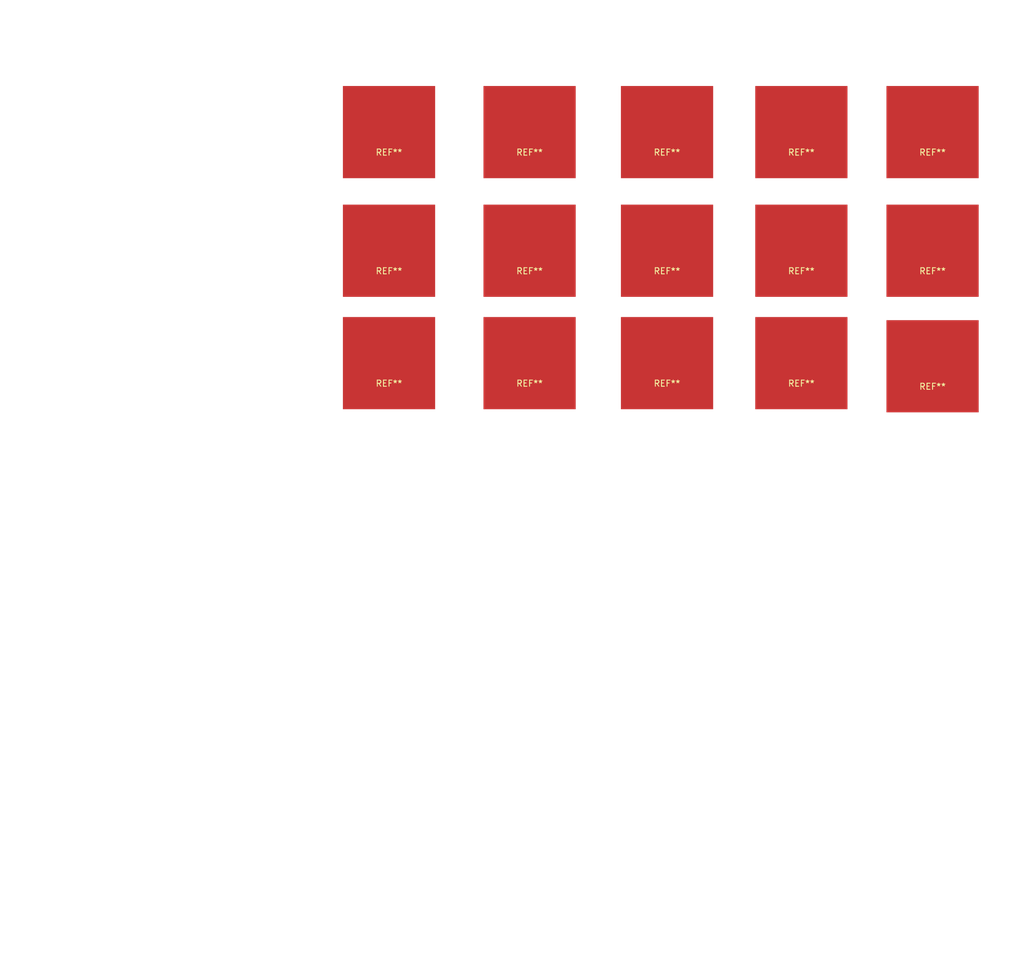
<source format=kicad_pcb>
(kicad_pcb (version 4) (host pcbnew 4.0.6)

  (general
    (links 0)
    (no_connects 0)
    (area 7.945717 -0.16 216.13 174.150001)
    (thickness 1.6)
    (drawings 157)
    (tracks 0)
    (zones 0)
    (modules 15)
    (nets 1)
  )

  (page A4)
  (title_block
    (title "Volante the Gamepad - button layout")
    (date 2018-02-19)
    (rev 1)
    (comment 3 "Print it in 1:1 scale put on the joystick box and drill the holes")
    (comment 4 "The joystick drilling layout for Volante the gamepad")
  )

  (layers
    (0 F.Cu signal)
    (31 B.Cu signal)
    (32 B.Adhes user)
    (33 F.Adhes user)
    (34 B.Paste user)
    (35 F.Paste user)
    (36 B.SilkS user)
    (37 F.SilkS user)
    (38 B.Mask user)
    (39 F.Mask user)
    (40 Dwgs.User user)
    (41 Cmts.User user)
    (42 Eco1.User user)
    (43 Eco2.User user)
    (44 Edge.Cuts user)
    (45 Margin user)
    (46 B.CrtYd user)
    (47 F.CrtYd user)
    (48 B.Fab user)
    (49 F.Fab user)
  )

  (setup
    (last_trace_width 0.25)
    (trace_clearance 0.2)
    (zone_clearance 0.508)
    (zone_45_only no)
    (trace_min 0.2)
    (segment_width 0.2)
    (edge_width 0.15)
    (via_size 0.6)
    (via_drill 0.4)
    (via_min_size 0.4)
    (via_min_drill 0.3)
    (uvia_size 0.3)
    (uvia_drill 0.1)
    (uvias_allowed no)
    (uvia_min_size 0.2)
    (uvia_min_drill 0.1)
    (pcb_text_width 0.3)
    (pcb_text_size 1.5 1.5)
    (mod_edge_width 0.15)
    (mod_text_size 1 1)
    (mod_text_width 0.15)
    (pad_size 1.524 1.524)
    (pad_drill 0.762)
    (pad_to_mask_clearance 0.2)
    (aux_axis_origin 0 0)
    (visible_elements 7FFFFFFF)
    (pcbplotparams
      (layerselection 0x00400_00000000)
      (usegerberextensions false)
      (excludeedgelayer true)
      (linewidth 0.100000)
      (plotframeref false)
      (viasonmask false)
      (mode 1)
      (useauxorigin false)
      (hpglpennumber 1)
      (hpglpenspeed 20)
      (hpglpendiameter 15)
      (hpglpenoverlay 2)
      (psnegative false)
      (psa4output false)
      (plotreference true)
      (plotvalue true)
      (plotinvisibletext false)
      (padsonsilk false)
      (subtractmaskfromsilk false)
      (outputformat 4)
      (mirror false)
      (drillshape 0)
      (scaleselection 1)
      (outputdirectory ""))
  )

  (net 0 "")

  (net_class Default "This is the default net class."
    (clearance 0.2)
    (trace_width 0.25)
    (via_dia 0.6)
    (via_drill 0.4)
    (uvia_dia 0.3)
    (uvia_drill 0.1)
  )

  (module Touch_conn:touch_layout (layer F.Cu) (tedit 5B1A716D) (tstamp 5B1A71FA)
    (at 160.528 38.608)
    (fp_text reference REF** (at 0 3.302) (layer F.SilkS)
      (effects (font (size 1 1) (thickness 0.15)))
    )
    (fp_text value touch_layout (at 0.254 0.254) (layer F.Fab)
      (effects (font (size 1 1) (thickness 0.15)))
    )
    (pad 1 smd rect (at 0 0) (size 15 15) (layers F.Cu F.Paste F.Mask))
  )

  (module Touch_conn:touch_layout (layer F.Cu) (tedit 5B1A716D) (tstamp 5B1A71F2)
    (at 139.192 38.608)
    (fp_text reference REF** (at 0 3.302) (layer F.SilkS)
      (effects (font (size 1 1) (thickness 0.15)))
    )
    (fp_text value touch_layout (at 0.254 0.254) (layer F.Fab)
      (effects (font (size 1 1) (thickness 0.15)))
    )
    (pad 1 smd rect (at 0 0) (size 15 15) (layers F.Cu F.Paste F.Mask))
  )

  (module Touch_conn:touch_layout (layer F.Cu) (tedit 5B1A716D) (tstamp 5B1A71E4)
    (at 72.136 38.608)
    (fp_text reference REF** (at 0 3.302) (layer F.SilkS)
      (effects (font (size 1 1) (thickness 0.15)))
    )
    (fp_text value touch_layout (at 0.254 0.254) (layer F.Fab)
      (effects (font (size 1 1) (thickness 0.15)))
    )
    (pad 1 smd rect (at 0 0) (size 15 15) (layers F.Cu F.Paste F.Mask))
  )

  (module Touch_conn:touch_layout (layer F.Cu) (tedit 5B1A716D) (tstamp 5B1A7219)
    (at 94.996 38.608)
    (fp_text reference REF** (at 0 3.302) (layer F.SilkS)
      (effects (font (size 1 1) (thickness 0.15)))
    )
    (fp_text value touch_layout (at 0.254 0.254) (layer F.Fab)
      (effects (font (size 1 1) (thickness 0.15)))
    )
    (pad 1 smd rect (at 0 0) (size 15 15) (layers F.Cu F.Paste F.Mask))
  )

  (module Touch_conn:touch_layout (layer F.Cu) (tedit 5B1A716D) (tstamp 5B1A7222)
    (at 117.348 38.608)
    (fp_text reference REF** (at 0 3.302) (layer F.SilkS)
      (effects (font (size 1 1) (thickness 0.15)))
    )
    (fp_text value touch_layout (at 0.254 0.254) (layer F.Fab)
      (effects (font (size 1 1) (thickness 0.15)))
    )
    (pad 1 smd rect (at 0 0) (size 15 15) (layers F.Cu F.Paste F.Mask))
  )

  (module Touch_conn:touch_layout (layer F.Cu) (tedit 5B1A716D) (tstamp 5B1A7231)
    (at 72.136 57.912)
    (fp_text reference REF** (at 0 3.302) (layer F.SilkS)
      (effects (font (size 1 1) (thickness 0.15)))
    )
    (fp_text value touch_layout (at 0.254 0.254) (layer F.Fab)
      (effects (font (size 1 1) (thickness 0.15)))
    )
    (pad 1 smd rect (at 0 0) (size 15 15) (layers F.Cu F.Paste F.Mask))
  )

  (module Touch_conn:touch_layout (layer F.Cu) (tedit 5B1A716D) (tstamp 5B1A723A)
    (at 94.996 57.912)
    (fp_text reference REF** (at 0 3.302) (layer F.SilkS)
      (effects (font (size 1 1) (thickness 0.15)))
    )
    (fp_text value touch_layout (at 0.254 0.254) (layer F.Fab)
      (effects (font (size 1 1) (thickness 0.15)))
    )
    (pad 1 smd rect (at 0 0) (size 15 15) (layers F.Cu F.Paste F.Mask))
  )

  (module Touch_conn:touch_layout (layer F.Cu) (tedit 5B1A716D) (tstamp 5B1A7243)
    (at 117.348 57.912)
    (fp_text reference REF** (at 0 3.302) (layer F.SilkS)
      (effects (font (size 1 1) (thickness 0.15)))
    )
    (fp_text value touch_layout (at 0.254 0.254) (layer F.Fab)
      (effects (font (size 1 1) (thickness 0.15)))
    )
    (pad 1 smd rect (at 0 0) (size 15 15) (layers F.Cu F.Paste F.Mask))
  )

  (module Touch_conn:touch_layout (layer F.Cu) (tedit 5B1A716D) (tstamp 5B1A724C)
    (at 139.192 57.912)
    (fp_text reference REF** (at 0 3.302) (layer F.SilkS)
      (effects (font (size 1 1) (thickness 0.15)))
    )
    (fp_text value touch_layout (at 0.254 0.254) (layer F.Fab)
      (effects (font (size 1 1) (thickness 0.15)))
    )
    (pad 1 smd rect (at 0 0) (size 15 15) (layers F.Cu F.Paste F.Mask))
  )

  (module Touch_conn:touch_layout (layer F.Cu) (tedit 5B1A716D) (tstamp 5B1A7255)
    (at 160.528 57.912)
    (fp_text reference REF** (at 0 3.302) (layer F.SilkS)
      (effects (font (size 1 1) (thickness 0.15)))
    )
    (fp_text value touch_layout (at 0.254 0.254) (layer F.Fab)
      (effects (font (size 1 1) (thickness 0.15)))
    )
    (pad 1 smd rect (at 0 0) (size 15 15) (layers F.Cu F.Paste F.Mask))
  )

  (module Touch_conn:touch_layout (layer F.Cu) (tedit 5B1A716D) (tstamp 5B1A7328)
    (at 72.136 76.2)
    (fp_text reference REF** (at 0 3.302) (layer F.SilkS)
      (effects (font (size 1 1) (thickness 0.15)))
    )
    (fp_text value touch_layout (at 0.254 0.254) (layer F.Fab)
      (effects (font (size 1 1) (thickness 0.15)))
    )
    (pad 1 smd rect (at 0 0) (size 15 15) (layers F.Cu F.Paste F.Mask))
  )

  (module Touch_conn:touch_layout (layer F.Cu) (tedit 5B1A716D) (tstamp 5B1A7331)
    (at 94.996 76.2)
    (fp_text reference REF** (at 0 3.302) (layer F.SilkS)
      (effects (font (size 1 1) (thickness 0.15)))
    )
    (fp_text value touch_layout (at 0.254 0.254) (layer F.Fab)
      (effects (font (size 1 1) (thickness 0.15)))
    )
    (pad 1 smd rect (at 0 0) (size 15 15) (layers F.Cu F.Paste F.Mask))
  )

  (module Touch_conn:touch_layout (layer F.Cu) (tedit 5B1A716D) (tstamp 5B1A733A)
    (at 117.348 76.2)
    (fp_text reference REF** (at 0 3.302) (layer F.SilkS)
      (effects (font (size 1 1) (thickness 0.15)))
    )
    (fp_text value touch_layout (at 0.254 0.254) (layer F.Fab)
      (effects (font (size 1 1) (thickness 0.15)))
    )
    (pad 1 smd rect (at 0 0) (size 15 15) (layers F.Cu F.Paste F.Mask))
  )

  (module Touch_conn:touch_layout (layer F.Cu) (tedit 5B1A716D) (tstamp 5B1A7343)
    (at 139.192 76.2)
    (fp_text reference REF** (at 0 3.302) (layer F.SilkS)
      (effects (font (size 1 1) (thickness 0.15)))
    )
    (fp_text value touch_layout (at 0.254 0.254) (layer F.Fab)
      (effects (font (size 1 1) (thickness 0.15)))
    )
    (pad 1 smd rect (at 0 0) (size 15 15) (layers F.Cu F.Paste F.Mask))
  )

  (module Touch_conn:touch_layout (layer F.Cu) (tedit 5B1A716D) (tstamp 5B1A734C)
    (at 160.528 76.708)
    (fp_text reference REF** (at 0 3.302) (layer F.SilkS)
      (effects (font (size 1 1) (thickness 0.15)))
    )
    (fp_text value touch_layout (at 0.254 0.254) (layer F.Fab)
      (effects (font (size 1 1) (thickness 0.15)))
    )
    (pad 1 smd rect (at 0 0) (size 15 15) (layers F.Cu F.Paste F.Mask))
  )

  (dimension 151.13 (width 0.3) (layer Eco1.User)
    (gr_text "151.130 mm" (at 99.695 18.97) (layer Eco1.User)
      (effects (font (size 1.5 1.5) (thickness 0.3)))
    )
    (feature1 (pts (xy 175.26 24.13) (xy 175.26 17.62)))
    (feature2 (pts (xy 24.13 24.13) (xy 24.13 17.62)))
    (crossbar (pts (xy 24.13 20.32) (xy 175.26 20.32)))
    (arrow1a (pts (xy 175.26 20.32) (xy 174.133496 20.906421)))
    (arrow1b (pts (xy 175.26 20.32) (xy 174.133496 19.733579)))
    (arrow2a (pts (xy 24.13 20.32) (xy 25.256504 20.906421)))
    (arrow2b (pts (xy 24.13 20.32) (xy 25.256504 19.733579)))
  )
  (gr_line (start 36.83 122.555) (end 46.99 122.555) (angle 90) (layer Eco1.User) (width 0.2))
  (gr_line (start 36.83 49.022) (end 46.99 49.022) (angle 90) (layer Eco1.User) (width 0.2))
  (gr_line (start 46.99 49.149) (end 46.99 122.428) (angle 90) (layer Eco1.User) (width 0.2))
  (dimension 10.16 (width 0.3) (layer Eco1.User)
    (gr_text "10.160 mm" (at 41.91 45.386) (layer Eco1.User)
      (effects (font (size 1.5 1.5) (thickness 0.3)))
    )
    (feature1 (pts (xy 46.99 49.022) (xy 46.99 44.036)))
    (feature2 (pts (xy 36.83 49.022) (xy 36.83 44.036)))
    (crossbar (pts (xy 36.83 46.736) (xy 46.99 46.736)))
    (arrow1a (pts (xy 46.99 46.736) (xy 45.863496 47.322421)))
    (arrow1b (pts (xy 46.99 46.736) (xy 45.863496 46.149579)))
    (arrow2a (pts (xy 36.83 46.736) (xy 37.956504 47.322421)))
    (arrow2b (pts (xy 36.83 46.736) (xy 37.956504 46.149579)))
  )
  (gr_line (start 36.83 55.88) (end 36.83 122.428) (angle 90) (layer Eco1.User) (width 0.2))
  (gr_line (start 36.83 51.816) (end 36.83 40.386) (angle 90) (layer Eco1.User) (width 0.2))
  (dimension 12.7 (width 0.3) (layer Eco1.User)
    (gr_text "12.700 mm" (at 30.48 54.69) (layer Eco1.User)
      (effects (font (size 1.5 1.5) (thickness 0.3)))
    )
    (feature1 (pts (xy 36.83 51.816) (xy 36.83 56.04)))
    (feature2 (pts (xy 24.13 51.816) (xy 24.13 56.04)))
    (crossbar (pts (xy 24.13 53.34) (xy 36.83 53.34)))
    (arrow1a (pts (xy 36.83 53.34) (xy 35.703496 53.926421)))
    (arrow1b (pts (xy 36.83 53.34) (xy 35.703496 52.753579)))
    (arrow2a (pts (xy 24.13 53.34) (xy 25.256504 53.926421)))
    (arrow2b (pts (xy 24.13 53.34) (xy 25.256504 52.753579)))
  )
  (dimension 8.5 (width 0.3) (layer Eco1.User)
    (gr_text "8.500 mm" (at 22.85 126.75 90) (layer Eco1.User)
      (effects (font (size 1.5 1.5) (thickness 0.3)))
    )
    (feature1 (pts (xy 20.5 122.5) (xy 24.2 122.5)))
    (feature2 (pts (xy 20.5 131) (xy 24.2 131)))
    (crossbar (pts (xy 21.5 131) (xy 21.5 122.5)))
    (arrow1a (pts (xy 21.5 122.5) (xy 22.086421 123.626504)))
    (arrow1b (pts (xy 21.5 122.5) (xy 20.913579 123.626504)))
    (arrow2a (pts (xy 21.5 131) (xy 22.086421 129.873496)))
    (arrow2b (pts (xy 21.5 131) (xy 20.913579 129.873496)))
  )
  (dimension 12.5 (width 0.3) (layer Eco1.User)
    (gr_text "12.500 mm" (at 19.15 137.25 90) (layer Eco1.User)
      (effects (font (size 1.5 1.5) (thickness 0.3)))
    )
    (feature1 (pts (xy 22 131) (xy 17.8 131)))
    (feature2 (pts (xy 22 143.5) (xy 17.8 143.5)))
    (crossbar (pts (xy 20.5 143.5) (xy 20.5 131)))
    (arrow1a (pts (xy 20.5 131) (xy 21.086421 132.126504)))
    (arrow1b (pts (xy 20.5 131) (xy 19.913579 132.126504)))
    (arrow2a (pts (xy 20.5 143.5) (xy 21.086421 142.373496)))
    (arrow2b (pts (xy 20.5 143.5) (xy 19.913579 142.373496)))
  )
  (gr_line (start 23.5 131) (end 25.5 131) (angle 90) (layer Eco1.User) (width 0.2))
  (gr_line (start 28 131) (end 30.5 131) (angle 90) (layer Eco1.User) (width 0.2))
  (gr_line (start 33.5 131) (end 36.5 131) (angle 90) (layer Eco1.User) (width 0.2))
  (gr_line (start 57 131) (end 59.5 131) (angle 90) (layer Eco1.User) (width 0.2))
  (gr_line (start 47 131) (end 49.5 131) (angle 90) (layer Eco1.User) (width 0.2))
  (gr_line (start 52 131) (end 54.5 131) (angle 90) (layer Eco1.User) (width 0.2))
  (gr_line (start 43.5 131) (end 45 131) (angle 90) (layer Eco1.User) (width 0.2))
  (gr_line (start 39 131) (end 41 131) (angle 90) (layer Eco1.User) (width 0.2))
  (gr_line (start 67 131) (end 68.5 131) (angle 90) (layer Eco1.User) (width 0.2))
  (gr_line (start 63.5 131) (end 64.5 131) (angle 90) (layer Eco1.User) (width 0.2))
  (gr_line (start 59.5 131) (end 61 131) (angle 90) (layer Eco1.User) (width 0.2))
  (gr_line (start 62.5 86.5) (end 62.5 84.5) (angle 90) (layer Eco1.User) (width 0.2))
  (dimension 25 (width 0.3) (layer Eco1.User)
    (gr_text "25.000 mm" (at 75 90.85) (layer Eco1.User)
      (effects (font (size 1.5 1.5) (thickness 0.3)))
    )
    (feature1 (pts (xy 62.5 88) (xy 62.5 92.2)))
    (feature2 (pts (xy 87.5 88) (xy 87.5 92.2)))
    (crossbar (pts (xy 87.5 89.5) (xy 62.5 89.5)))
    (arrow1a (pts (xy 62.5 89.5) (xy 63.626504 88.913579)))
    (arrow1b (pts (xy 62.5 89.5) (xy 63.626504 90.086421)))
    (arrow2a (pts (xy 87.5 89.5) (xy 86.373496 88.913579)))
    (arrow2b (pts (xy 87.5 89.5) (xy 86.373496 90.086421)))
  )
  (gr_circle (center 151.5 113.5) (end 154.5 114) (layer Eco1.User) (width 0.2))
  (dimension 3 (width 0.3) (layer Eco1.User)
    (gr_text "3.000 mm" (at 153 118.35) (layer Eco1.User)
      (effects (font (size 1.5 1.5) (thickness 0.3)))
    )
    (feature1 (pts (xy 154.5 115) (xy 154.5 119.7)))
    (feature2 (pts (xy 151.5 115) (xy 151.5 119.7)))
    (crossbar (pts (xy 151.5 117) (xy 154.5 117)))
    (arrow1a (pts (xy 154.5 117) (xy 153.373496 117.586421)))
    (arrow1b (pts (xy 154.5 117) (xy 153.373496 116.413579)))
    (arrow2a (pts (xy 151.5 117) (xy 152.626504 117.586421)))
    (arrow2b (pts (xy 151.5 117) (xy 152.626504 116.413579)))
  )
  (gr_circle (center 100.5 113.5) (end 103.5 113) (layer Eco1.User) (width 0.2))
  (dimension 3 (width 0.3) (layer Eco1.User)
    (gr_text "3.000 mm" (at 102 116.85) (layer Eco1.User)
      (effects (font (size 1.5 1.5) (thickness 0.3)))
    )
    (feature1 (pts (xy 103.5 114.5) (xy 103.5 118.2)))
    (feature2 (pts (xy 100.5 114.5) (xy 100.5 118.2)))
    (crossbar (pts (xy 100.5 115.5) (xy 103.5 115.5)))
    (arrow1a (pts (xy 103.5 115.5) (xy 102.373496 116.086421)))
    (arrow1b (pts (xy 103.5 115.5) (xy 102.373496 114.913579)))
    (arrow2a (pts (xy 100.5 115.5) (xy 101.626504 116.086421)))
    (arrow2b (pts (xy 100.5 115.5) (xy 101.626504 114.913579)))
  )
  (gr_line (start 99 113.5) (end 101.5 113.5) (angle 90) (layer Eco1.User) (width 0.2))
  (gr_line (start 59.5 122.5) (end 61.5 122.5) (angle 90) (layer Eco1.User) (width 0.2))
  (gr_line (start 56 122.5) (end 58.5 122.5) (angle 90) (layer Eco1.User) (width 0.2))
  (gr_line (start 53 122.5) (end 55 122.5) (angle 90) (layer Eco1.User) (width 0.2))
  (gr_line (start 50 122.5) (end 51.5 122.5) (angle 90) (layer Eco1.User) (width 0.2))
  (gr_line (start 46 122.5) (end 48.5 122.5) (angle 90) (layer Eco1.User) (width 0.2))
  (gr_line (start 42.5 122.5) (end 44.5 122.5) (angle 90) (layer Eco1.User) (width 0.2))
  (gr_line (start 38 122.5) (end 40 122.5) (angle 90) (layer Eco1.User) (width 0.2))
  (gr_line (start 34.5 122.5) (end 36.5 122.5) (angle 90) (layer Eco1.User) (width 0.2))
  (gr_line (start 30 122.5) (end 32.5 122.5) (angle 90) (layer Eco1.User) (width 0.2))
  (gr_line (start 25.5 122.5) (end 28 122.5) (angle 90) (layer Eco1.User) (width 0.2))
  (gr_line (start 51.5 49) (end 53.5 49) (angle 90) (layer Eco1.User) (width 0.2))
  (gr_line (start 48 49) (end 50 49) (angle 90) (layer Eco1.User) (width 0.2))
  (gr_line (start 44 49) (end 46 49) (angle 90) (layer Eco1.User) (width 0.2))
  (gr_line (start 38 49) (end 41 49) (angle 90) (layer Eco1.User) (width 0.2))
  (gr_line (start 34 49) (end 36 49) (angle 90) (layer Eco1.User) (width 0.2))
  (gr_line (start 30 49) (end 32 49) (angle 90) (layer Eco1.User) (width 0.2))
  (gr_line (start 27 49) (end 28.5 49) (angle 90) (layer Eco1.User) (width 0.2))
  (dimension 8.5 (width 0.3) (layer Eco1.User)
    (gr_text "8.500 mm" (at 23.85 44.75 270) (layer Eco1.User)
      (effects (font (size 1.5 1.5) (thickness 0.3)))
    )
    (feature1 (pts (xy 21 49) (xy 25.2 49)))
    (feature2 (pts (xy 21 40.5) (xy 25.2 40.5)))
    (crossbar (pts (xy 22.5 40.5) (xy 22.5 49)))
    (arrow1a (pts (xy 22.5 49) (xy 21.913579 47.873496)))
    (arrow1b (pts (xy 22.5 49) (xy 23.086421 47.873496)))
    (arrow2a (pts (xy 22.5 40.5) (xy 21.913579 41.626504)))
    (arrow2b (pts (xy 22.5 40.5) (xy 23.086421 41.626504)))
  )
  (gr_line (start 60 85) (end 60 81) (angle 90) (layer Eco1.User) (width 0.2))
  (gr_line (start 60 90) (end 60 87) (angle 90) (layer Eco1.User) (width 0.2))
  (gr_line (start 60 95.5) (end 60 91.5) (angle 90) (layer Eco1.User) (width 0.2))
  (gr_line (start 60 101.5) (end 60 97.5) (angle 90) (layer Eco1.User) (width 0.2))
  (gr_line (start 60 105.5) (end 60 103) (angle 90) (layer Eco1.User) (width 0.2))
  (gr_line (start 60 110) (end 60 107) (angle 90) (layer Eco1.User) (width 0.2))
  (gr_line (start 60 115) (end 60 112) (angle 90) (layer Eco1.User) (width 0.2))
  (gr_line (start 48.5 40.5) (end 50.5 40.5) (angle 90) (layer Eco1.User) (width 0.2))
  (gr_line (start 43 40.5) (end 46 40.5) (angle 90) (layer Eco1.User) (width 0.2))
  (gr_line (start 38.5 40.5) (end 40.5 40.5) (angle 90) (layer Eco1.User) (width 0.2))
  (gr_line (start 32 40.5) (end 36 40.5) (angle 90) (layer Eco1.User) (width 0.2))
  (gr_line (start 24.5 40.5) (end 30 40.5) (angle 90) (layer Eco1.User) (width 0.2))
  (dimension 12.5 (width 0.3) (layer Eco1.User)
    (gr_text "12.500 mm" (at 19.65 34.25 270) (layer Eco1.User)
      (effects (font (size 1.5 1.5) (thickness 0.3)))
    )
    (feature1 (pts (xy 23 40.5) (xy 18.3 40.5)))
    (feature2 (pts (xy 23 28) (xy 18.3 28)))
    (crossbar (pts (xy 21 28) (xy 21 40.5)))
    (arrow1a (pts (xy 21 40.5) (xy 20.413579 39.373496)))
    (arrow1b (pts (xy 21 40.5) (xy 21.586421 39.373496)))
    (arrow2a (pts (xy 21 28) (xy 20.413579 29.126504)))
    (arrow2b (pts (xy 21 28) (xy 21.586421 29.126504)))
  )
  (gr_line (start 60 119.5) (end 60 117) (angle 90) (layer Eco1.User) (width 0.2))
  (gr_line (start 60 123) (end 60 121) (angle 90) (layer Eco1.User) (width 0.2))
  (gr_line (start 60 127) (end 60 125) (angle 90) (layer Eco1.User) (width 0.2))
  (gr_line (start 60 130.5) (end 60 128.5) (angle 90) (layer Eco1.User) (width 0.2))
  (gr_line (start 60 134.5) (end 60 132.5) (angle 90) (layer Eco1.User) (width 0.2))
  (gr_line (start 60 136.5) (end 60 134.5) (angle 90) (layer Eco1.User) (width 0.2))
  (gr_line (start 60 141) (end 60 138.5) (angle 90) (layer Eco1.User) (width 0.2))
  (gr_line (start 60 144.5) (end 60 142.5) (angle 90) (layer Eco1.User) (width 0.2))
  (gr_line (start 60 148) (end 60 146.5) (angle 90) (layer Eco1.User) (width 0.2))
  (gr_line (start 60 153.5) (end 60 150.5) (angle 90) (layer Eco1.User) (width 0.2))
  (gr_line (start 60 158.5) (end 60 156) (angle 90) (layer Eco1.User) (width 0.2))
  (dimension 21 (width 0.3) (layer Eco1.User)
    (gr_text "21.000 mm" (at 49.5 167.35) (layer Eco1.User)
      (effects (font (size 1.5 1.5) (thickness 0.3)))
    )
    (feature1 (pts (xy 60 164) (xy 60 168.7)))
    (feature2 (pts (xy 39 164) (xy 39 168.7)))
    (crossbar (pts (xy 39 166) (xy 60 166)))
    (arrow1a (pts (xy 60 166) (xy 58.873496 166.586421)))
    (arrow1b (pts (xy 60 166) (xy 58.873496 165.413579)))
    (arrow2a (pts (xy 39 166) (xy 40.126504 166.586421)))
    (arrow2b (pts (xy 39 166) (xy 40.126504 165.413579)))
  )
  (dimension 15 (width 0.3) (layer Eco1.User)
    (gr_text "15.000 mm" (at 67.5 163.85) (layer Eco1.User)
      (effects (font (size 1.5 1.5) (thickness 0.3)))
    )
    (feature1 (pts (xy 60 160.5) (xy 60 165.2)))
    (feature2 (pts (xy 75 160.5) (xy 75 165.2)))
    (crossbar (pts (xy 75 162.5) (xy 60 162.5)))
    (arrow1a (pts (xy 60 162.5) (xy 61.126504 161.913579)))
    (arrow1b (pts (xy 60 162.5) (xy 61.126504 163.086421)))
    (arrow2a (pts (xy 75 162.5) (xy 73.873496 161.913579)))
    (arrow2b (pts (xy 75 162.5) (xy 73.873496 163.086421)))
  )
  (gr_line (start 112.5 84.5) (end 112.5 81) (angle 90) (layer Eco1.User) (width 0.2))
  (gr_circle (center 151.5 113.5) (end 154.5 133.5) (layer Eco1.User) (width 0.2))
  (gr_line (start 150.5 133.5) (end 153.5 133.5) (angle 90) (layer Eco1.User) (width 0.2))
  (gr_line (start 147 133.5) (end 149 133.5) (angle 90) (layer Eco1.User) (width 0.2))
  (gr_line (start 154 113.5) (end 151 113.5) (angle 90) (layer Eco1.User) (width 0.2))
  (gr_line (start 152 113.5) (end 154 113.5) (angle 90) (layer Eco1.User) (width 0.2))
  (gr_line (start 147 113.5) (end 150 113.5) (angle 90) (layer Eco1.User) (width 0.2))
  (gr_line (start 142.5 113.5) (end 145 113.5) (angle 90) (layer Eco1.User) (width 0.2))
  (gr_line (start 142.5 133.5) (end 145 133.5) (angle 90) (layer Eco1.User) (width 0.2))
  (gr_line (start 139 133.5) (end 141 133.5) (angle 90) (layer Eco1.User) (width 0.2))
  (gr_line (start 135 133.5) (end 137 133.5) (angle 90) (layer Eco1.User) (width 0.2))
  (gr_line (start 132 133.5) (end 134 133.5) (angle 90) (layer Eco1.User) (width 0.2))
  (gr_line (start 129 133.5) (end 130.5 133.5) (angle 90) (layer Eco1.User) (width 0.2))
  (gr_line (start 126 133.5) (end 127.5 133.5) (angle 90) (layer Eco1.User) (width 0.2))
  (gr_line (start 122.5 133.5) (end 124.5 133.5) (angle 90) (layer Eco1.User) (width 0.2))
  (gr_line (start 120 133.5) (end 121.5 133.5) (angle 90) (layer Eco1.User) (width 0.2))
  (gr_line (start 117.5 133.5) (end 119 133.5) (angle 90) (layer Eco1.User) (width 0.2))
  (gr_line (start 114.5 133.5) (end 116 133.5) (angle 90) (layer Eco1.User) (width 0.2))
  (gr_line (start 138.5 113.5) (end 140.5 113.5) (angle 90) (layer Eco1.User) (width 0.2))
  (gr_line (start 135.5 113.5) (end 137 113.5) (angle 90) (layer Eco1.User) (width 0.2))
  (gr_line (start 132 113.5) (end 133.5 113.5) (angle 90) (layer Eco1.User) (width 0.2))
  (gr_line (start 128.5 113.5) (end 130.5 113.5) (angle 90) (layer Eco1.User) (width 0.2))
  (gr_line (start 125 113.5) (end 127 113.5) (angle 90) (layer Eco1.User) (width 0.2))
  (gr_line (start 122 113.5) (end 123.5 113.5) (angle 90) (layer Eco1.User) (width 0.2))
  (gr_line (start 119 113.5) (end 120.5 113.5) (angle 90) (layer Eco1.User) (width 0.2))
  (gr_line (start 114.5 113.5) (end 117.5 113.5) (angle 90) (layer Eco1.User) (width 0.2))
  (gr_circle (center 100 113.5) (end 119 106) (layer Eco1.User) (width 0.2))
  (dimension 20 (width 0.3) (layer Eco1.User)
    (gr_text "20.000 mm" (at 111.85 123.5 270) (layer Eco1.User)
      (effects (font (size 1.5 1.5) (thickness 0.3)))
    )
    (feature1 (pts (xy 104.5 133.5) (xy 113.2 133.5)))
    (feature2 (pts (xy 104.5 113.5) (xy 113.2 113.5)))
    (crossbar (pts (xy 110.5 113.5) (xy 110.5 133.5)))
    (arrow1a (pts (xy 110.5 133.5) (xy 109.913579 132.373496)))
    (arrow1b (pts (xy 110.5 133.5) (xy 111.086421 132.373496)))
    (arrow2a (pts (xy 110.5 113.5) (xy 109.913579 114.626504)))
    (arrow2b (pts (xy 110.5 113.5) (xy 111.086421 114.626504)))
  )
  (dimension 30 (width 0.3) (layer Eco1.User)
    (gr_text "30.000 mm" (at 91.15 128.5 90) (layer Eco1.User)
      (effects (font (size 1.5 1.5) (thickness 0.3)))
    )
    (feature1 (pts (xy 94.5 113.5) (xy 89.8 113.5)))
    (feature2 (pts (xy 94.5 143.5) (xy 89.8 143.5)))
    (crossbar (pts (xy 92.5 143.5) (xy 92.5 113.5)))
    (arrow1a (pts (xy 92.5 113.5) (xy 93.086421 114.626504)))
    (arrow1b (pts (xy 92.5 113.5) (xy 91.913579 114.626504)))
    (arrow2a (pts (xy 92.5 143.5) (xy 93.086421 142.373496)))
    (arrow2b (pts (xy 92.5 143.5) (xy 91.913579 142.373496)))
  )
  (gr_line (start 151.5 95.5) (end 151.5 93) (angle 90) (layer Eco1.User) (width 0.2))
  (gr_line (start 151.5 101.5) (end 151.5 97.5) (angle 90) (layer Eco1.User) (width 0.2))
  (gr_line (start 151.5 106) (end 151.5 103) (angle 90) (layer Eco1.User) (width 0.2))
  (gr_line (start 151.5 111) (end 151.5 108) (angle 90) (layer Eco1.User) (width 0.2))
  (gr_line (start 151.5 115.5) (end 151.5 113.5) (angle 90) (layer Eco1.User) (width 0.2))
  (gr_line (start 151.5 120.5) (end 151.5 117.5) (angle 90) (layer Eco1.User) (width 0.2))
  (gr_line (start 151.5 125) (end 151.5 122.5) (angle 90) (layer Eco1.User) (width 0.2))
  (gr_line (start 151.5 130) (end 151.5 127) (angle 90) (layer Eco1.User) (width 0.2))
  (gr_line (start 151.5 134) (end 151.5 131.5) (angle 90) (layer Eco1.User) (width 0.2))
  (gr_line (start 151.5 139) (end 151.5 136) (angle 90) (layer Eco1.User) (width 0.2))
  (gr_line (start 151.5 144.5) (end 151.5 140.5) (angle 90) (layer Eco1.User) (width 0.2))
  (gr_line (start 151.5 151.5) (end 151.5 147) (angle 90) (layer Eco1.User) (width 0.2))
  (gr_line (start 151.5 158) (end 151.5 155.5) (angle 90) (layer Eco1.User) (width 0.2))
  (gr_line (start 151.5 162.5) (end 151.5 159.5) (angle 90) (layer Eco1.User) (width 0.2))
  (dimension 25.5 (width 0.3) (layer Eco1.User)
    (gr_text "25.500 mm" (at 138.75 170.85) (layer Eco1.User)
      (effects (font (size 1.5 1.5) (thickness 0.3)))
    )
    (feature1 (pts (xy 151.5 164) (xy 151.5 172.2)))
    (feature2 (pts (xy 126 164) (xy 126 172.2)))
    (crossbar (pts (xy 126 169.5) (xy 151.5 169.5)))
    (arrow1a (pts (xy 151.5 169.5) (xy 150.373496 170.086421)))
    (arrow1b (pts (xy 151.5 169.5) (xy 150.373496 168.913579)))
    (arrow2a (pts (xy 126 169.5) (xy 127.126504 170.086421)))
    (arrow2b (pts (xy 126 169.5) (xy 127.126504 168.913579)))
  )
  (dimension 25 (width 0.3) (layer Eco1.User)
    (gr_text "25.000 mm" (at 150 85.150001) (layer Eco1.User)
      (effects (font (size 1.5 1.5) (thickness 0.3)))
    )
    (feature1 (pts (xy 162.5 88.5) (xy 162.5 83.800001)))
    (feature2 (pts (xy 137.5 88.5) (xy 137.5 83.800001)))
    (crossbar (pts (xy 137.5 86.500001) (xy 162.5 86.500001)))
    (arrow1a (pts (xy 162.5 86.500001) (xy 161.373496 87.086422)))
    (arrow1b (pts (xy 162.5 86.500001) (xy 161.373496 85.91358)))
    (arrow2a (pts (xy 137.5 86.500001) (xy 138.626504 87.086422)))
    (arrow2b (pts (xy 137.5 86.500001) (xy 138.626504 85.91358)))
  )
  (dimension 25 (width 0.3) (layer Eco1.User)
    (gr_text "25.000 mm" (at 125 91.35) (layer Eco1.User)
      (effects (font (size 1.5 1.5) (thickness 0.3)))
    )
    (feature1 (pts (xy 137.5 88) (xy 137.5 92.7)))
    (feature2 (pts (xy 112.5 88) (xy 112.5 92.7)))
    (crossbar (pts (xy 112.5 90) (xy 137.5 90)))
    (arrow1a (pts (xy 137.5 90) (xy 136.373496 90.586421)))
    (arrow1b (pts (xy 137.5 90) (xy 136.373496 89.413579)))
    (arrow2a (pts (xy 112.5 90) (xy 113.626504 90.586421)))
    (arrow2b (pts (xy 112.5 90) (xy 113.626504 89.413579)))
  )
  (dimension 25 (width 0.3) (layer Eco1.User)
    (gr_text "25.000 mm" (at 100 89.35) (layer Eco1.User)
      (effects (font (size 1.5 1.5) (thickness 0.3)))
    )
    (feature1 (pts (xy 112.5 86) (xy 112.5 90.7)))
    (feature2 (pts (xy 87.5 86) (xy 87.5 90.7)))
    (crossbar (pts (xy 87.5 88) (xy 112.5 88)))
    (arrow1a (pts (xy 112.5 88) (xy 111.373496 88.586421)))
    (arrow1b (pts (xy 112.5 88) (xy 111.373496 87.413579)))
    (arrow2a (pts (xy 87.5 88) (xy 88.626504 88.586421)))
    (arrow2b (pts (xy 87.5 88) (xy 88.626504 87.413579)))
  )
  (gr_line (start 74.93 85.09) (end 74.93 81.28) (angle 90) (layer Eco1.User) (width 0.2))
  (gr_line (start 74.93 90.17) (end 74.93 87.63) (angle 90) (layer Eco1.User) (width 0.2))
  (gr_line (start 74.93 96.52) (end 74.93 92.71) (angle 90) (layer Eco1.User) (width 0.2))
  (gr_line (start 74.93 104.14) (end 74.93 99.06) (angle 90) (layer Eco1.User) (width 0.2))
  (gr_line (start 74.93 110.49) (end 74.93 106.68) (angle 90) (layer Eco1.User) (width 0.2))
  (gr_line (start 74.93 116.84) (end 74.93 113.03) (angle 90) (layer Eco1.User) (width 0.2))
  (gr_line (start 74.93 121.92) (end 74.93 119.38) (angle 90) (layer Eco1.User) (width 0.2))
  (gr_line (start 74.93 129.54) (end 74.93 125.73) (angle 90) (layer Eco1.User) (width 0.2))
  (gr_line (start 74.93 137.16) (end 74.93 133.35) (angle 90) (layer Eco1.User) (width 0.2))
  (gr_line (start 74.93 143.51) (end 74.93 138.43) (angle 90) (layer Eco1.User) (width 0.2))
  (gr_line (start 87.63 83.82) (end 87.63 81.28) (angle 90) (layer Eco1.User) (width 0.2))
  (gr_line (start 87.63 91.44) (end 87.63 87.63) (angle 90) (layer Eco1.User) (width 0.2))
  (gr_line (start 87.63 99.06) (end 87.63 95.25) (angle 90) (layer Eco1.User) (width 0.2))
  (gr_line (start 87.63 107.95) (end 87.63 102.87) (angle 90) (layer Eco1.User) (width 0.2))
  (gr_line (start 87.63 116.84) (end 87.63 113.03) (angle 90) (layer Eco1.User) (width 0.2))
  (gr_line (start 87.63 124.46) (end 87.63 120.65) (angle 90) (layer Eco1.User) (width 0.2))
  (gr_line (start 100.33 86.36) (end 100.33 80.01) (angle 90) (layer Eco1.User) (width 0.2))
  (gr_line (start 100.33 93.98) (end 100.33 90.17) (angle 90) (layer Eco1.User) (width 0.2))
  (gr_line (start 100.33 101.6) (end 100.33 97.79) (angle 90) (layer Eco1.User) (width 0.2))
  (gr_line (start 100.33 107.95) (end 100.33 104.14) (angle 90) (layer Eco1.User) (width 0.2))
  (gr_line (start 100.33 118.11) (end 100.33 111.76) (angle 90) (layer Eco1.User) (width 0.2))
  (gr_line (start 100.33 125.73) (end 100.33 120.65) (angle 90) (layer Eco1.User) (width 0.2))
  (gr_line (start 100.33 133.35) (end 100.33 129.54) (angle 90) (layer Eco1.User) (width 0.2))
  (gr_line (start 100.33 142.24) (end 100.33 138.43) (angle 90) (layer Eco1.User) (width 0.2))
  (gr_line (start 100.33 151.13) (end 100.33 148.59) (angle 90) (layer Eco1.User) (width 0.2))
  (gr_line (start 100.33 157.48) (end 100.33 154.94) (angle 90) (layer Eco1.User) (width 0.2))
  (gr_line (start 100.33 165.1) (end 100.33 162.56) (angle 90) (layer Eco1.User) (width 0.2))
  (dimension 25.4 (width 0.3) (layer Eco1.User)
    (gr_text "25.400 mm" (at 87.63 172.8) (layer Eco1.User)
      (effects (font (size 1.5 1.5) (thickness 0.3)))
    )
    (feature1 (pts (xy 100.33 167.64) (xy 100.33 174.15)))
    (feature2 (pts (xy 74.93 167.64) (xy 74.93 174.15)))
    (crossbar (pts (xy 74.93 171.45) (xy 100.33 171.45)))
    (arrow1a (pts (xy 100.33 171.45) (xy 99.203496 172.036421)))
    (arrow1b (pts (xy 100.33 171.45) (xy 99.203496 170.863579)))
    (arrow2a (pts (xy 74.93 171.45) (xy 76.056504 172.036421)))
    (arrow2b (pts (xy 74.93 171.45) (xy 76.056504 170.863579)))
  )
  (dimension 49.53 (width 0.3) (layer Eco1.User)
    (gr_text "49.530 mm" (at 150.495 153.75) (layer Eco1.User)
      (effects (font (size 1.5 1.5) (thickness 0.3)))
    )
    (feature1 (pts (xy 175.26 149.86) (xy 175.26 155.1)))
    (feature2 (pts (xy 125.73 149.86) (xy 125.73 155.1)))
    (crossbar (pts (xy 125.73 152.4) (xy 175.26 152.4)))
    (arrow1a (pts (xy 175.26 152.4) (xy 174.133496 152.986421)))
    (arrow1b (pts (xy 175.26 152.4) (xy 174.133496 151.813579)))
    (arrow2a (pts (xy 125.73 152.4) (xy 126.856504 152.986421)))
    (arrow2b (pts (xy 125.73 152.4) (xy 126.856504 151.813579)))
  )
  (dimension 50.8 (width 0.3) (layer Eco1.User)
    (gr_text "50.800 mm" (at 100.33 160.1) (layer Eco1.User)
      (effects (font (size 1.5 1.5) (thickness 0.3)))
    )
    (feature1 (pts (xy 125.73 156.21) (xy 125.73 161.45)))
    (feature2 (pts (xy 74.93 156.21) (xy 74.93 161.45)))
    (crossbar (pts (xy 74.93 158.75) (xy 125.73 158.75)))
    (arrow1a (pts (xy 125.73 158.75) (xy 124.603496 159.336421)))
    (arrow1b (pts (xy 125.73 158.75) (xy 124.603496 158.163579)))
    (arrow2a (pts (xy 74.93 158.75) (xy 76.056504 159.336421)))
    (arrow2b (pts (xy 74.93 158.75) (xy 76.056504 158.163579)))
  )
  (dimension 50.8 (width 0.3) (layer Eco1.User)
    (gr_text "50.800 mm" (at 49.53 152.48) (layer Eco1.User)
      (effects (font (size 1.5 1.5) (thickness 0.3)))
    )
    (feature1 (pts (xy 74.93 147.32) (xy 74.93 153.83)))
    (feature2 (pts (xy 24.13 147.32) (xy 24.13 153.83)))
    (crossbar (pts (xy 24.13 151.13) (xy 74.93 151.13)))
    (arrow1a (pts (xy 74.93 151.13) (xy 73.803496 151.716421)))
    (arrow1b (pts (xy 74.93 151.13) (xy 73.803496 150.543579)))
    (arrow2a (pts (xy 24.13 151.13) (xy 25.256504 151.716421)))
    (arrow2b (pts (xy 24.13 151.13) (xy 25.256504 150.543579)))
  )
  (gr_line (start 175.26 143.51) (end 24.13 143.51) (angle 90) (layer Eco1.User) (width 0.2))
  (gr_line (start 175.26 27.94) (end 175.26 143.51) (angle 90) (layer Eco1.User) (width 0.2))
  (gr_line (start 24.13 40.64) (end 24.13 143.51) (angle 90) (layer Eco1.User) (width 0.2))
  (dimension 115.57 (width 0.3) (layer Eco1.User)
    (gr_text "115.570 mm" (at 15.160001 85.725 270) (layer Eco1.User)
      (effects (font (size 1.5 1.5) (thickness 0.3)))
    )
    (feature1 (pts (xy 20.32 143.51) (xy 13.810001 143.51)))
    (feature2 (pts (xy 20.32 27.94) (xy 13.810001 27.94)))
    (crossbar (pts (xy 16.510001 27.94) (xy 16.510001 143.51)))
    (arrow1a (pts (xy 16.510001 143.51) (xy 15.92358 142.383496)))
    (arrow1b (pts (xy 16.510001 143.51) (xy 17.096422 142.383496)))
    (arrow2a (pts (xy 16.510001 27.94) (xy 15.92358 29.066504)))
    (arrow2b (pts (xy 16.510001 27.94) (xy 17.096422 29.066504)))
  )
  (gr_line (start 48.26 27.94) (end 175.26 27.94) (angle 90) (layer Eco1.User) (width 0.2))
  (gr_line (start 24.13 27.94) (end 24.13 40.64) (angle 90) (layer Eco1.User) (width 0.2))
  (gr_line (start 24.13 27.94) (end 48.26 27.94) (angle 90) (layer Eco1.User) (width 0.2))

)

</source>
